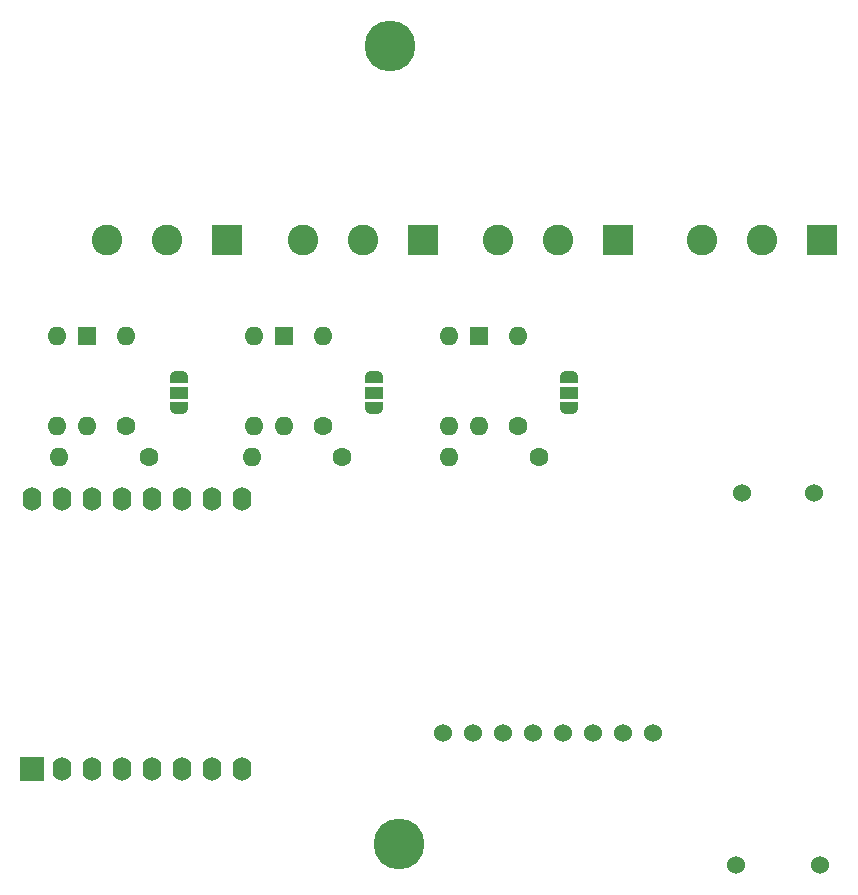
<source format=gbr>
%TF.GenerationSoftware,KiCad,Pcbnew,(6.0.7)*%
%TF.CreationDate,2023-01-04T14:37:49+01:00*%
%TF.ProjectId,s0 interface,73302069-6e74-4657-9266-6163652e6b69,rev?*%
%TF.SameCoordinates,Original*%
%TF.FileFunction,Soldermask,Bot*%
%TF.FilePolarity,Negative*%
%FSLAX46Y46*%
G04 Gerber Fmt 4.6, Leading zero omitted, Abs format (unit mm)*
G04 Created by KiCad (PCBNEW (6.0.7)) date 2023-01-04 14:37:49*
%MOMM*%
%LPD*%
G01*
G04 APERTURE LIST*
G04 Aperture macros list*
%AMFreePoly0*
4,1,22,0.550000,-0.750000,0.000000,-0.750000,0.000000,-0.745033,-0.079941,-0.743568,-0.215256,-0.701293,-0.333266,-0.622738,-0.424486,-0.514219,-0.481581,-0.384460,-0.499164,-0.250000,-0.500000,-0.250000,-0.500000,0.250000,-0.499164,0.250000,-0.499963,0.256109,-0.478152,0.396186,-0.417904,0.524511,-0.324060,0.630769,-0.204165,0.706417,-0.067858,0.745374,0.000000,0.744959,0.000000,0.750000,
0.550000,0.750000,0.550000,-0.750000,0.550000,-0.750000,$1*%
%AMFreePoly1*
4,1,20,0.000000,0.744959,0.073905,0.744508,0.209726,0.703889,0.328688,0.626782,0.421226,0.519385,0.479903,0.390333,0.500000,0.250000,0.500000,-0.250000,0.499851,-0.262216,0.476331,-0.402017,0.414519,-0.529596,0.319384,-0.634700,0.198574,-0.708877,0.061801,-0.746166,0.000000,-0.745033,0.000000,-0.750000,-0.550000,-0.750000,-0.550000,0.750000,0.000000,0.750000,0.000000,0.744959,
0.000000,0.744959,$1*%
G04 Aperture macros list end*
%ADD10R,2.600000X2.600000*%
%ADD11C,2.600000*%
%ADD12R,1.600000X1.600000*%
%ADD13O,1.600000X1.600000*%
%ADD14C,4.300000*%
%ADD15C,1.524000*%
%ADD16C,1.600000*%
%ADD17R,2.000000X2.000000*%
%ADD18O,1.600000X2.000000*%
%ADD19FreePoly0,270.000000*%
%ADD20R,1.500000X1.000000*%
%ADD21FreePoly1,270.000000*%
G04 APERTURE END LIST*
D10*
%TO.C,P1-input1*%
X224790000Y-51308000D03*
D11*
X219710000Y-51308000D03*
X214630000Y-51308000D03*
%TD*%
D12*
%TO.C,IC6*%
X162561000Y-59482000D03*
D13*
X160021000Y-59482000D03*
X160021000Y-67102000D03*
X162561000Y-67102000D03*
%TD*%
D14*
%TO.C,REF\u002A\u002A*%
X188137800Y-34925000D03*
%TD*%
D10*
%TO.C,S0-3*%
X207518000Y-51308000D03*
D11*
X202438000Y-51308000D03*
X197358000Y-51308000D03*
%TD*%
D10*
%TO.C,S0-2*%
X191008000Y-51308000D03*
D11*
X185928000Y-51308000D03*
X180848000Y-51308000D03*
%TD*%
D15*
%TO.C,IC2*%
X210439000Y-93091000D03*
X207899000Y-93091000D03*
X205359000Y-93091000D03*
X202819000Y-93091000D03*
X200279000Y-93091000D03*
X197739000Y-93091000D03*
X195199000Y-93091000D03*
X192659000Y-93091000D03*
%TD*%
D16*
%TO.C,R10*%
X165811200Y-67056000D03*
D13*
X165811200Y-59436000D03*
%TD*%
D16*
%TO.C,R8*%
X199034400Y-67081400D03*
D13*
X199034400Y-59461400D03*
%TD*%
D12*
%TO.C,IC5*%
X179198000Y-59482000D03*
D13*
X176658000Y-59482000D03*
X176658000Y-67102000D03*
X179198000Y-67102000D03*
%TD*%
D15*
%TO.C,DC1*%
X224060000Y-72739000D03*
X217964000Y-72739000D03*
X224568000Y-104235000D03*
X217456000Y-104235000D03*
%TD*%
D12*
%TO.C,IC4*%
X195713000Y-59492000D03*
D13*
X193173000Y-59492000D03*
X193173000Y-67112000D03*
X195713000Y-67112000D03*
%TD*%
D16*
%TO.C,R9*%
X182524400Y-67056000D03*
D13*
X182524400Y-59436000D03*
%TD*%
D16*
%TO.C,R3*%
X167767000Y-69723000D03*
D13*
X160147000Y-69723000D03*
%TD*%
D16*
%TO.C,R5*%
X200787000Y-69723000D03*
D13*
X193167000Y-69723000D03*
%TD*%
D16*
%TO.C,R4*%
X184150000Y-69723000D03*
D13*
X176530000Y-69723000D03*
%TD*%
D17*
%TO.C,IC1*%
X157886400Y-96162000D03*
D18*
X160426400Y-96162000D03*
X162966400Y-96162000D03*
X165506400Y-96162000D03*
X168046400Y-96162000D03*
X170586400Y-96162000D03*
X173126400Y-96162000D03*
X175666400Y-96162000D03*
X175666400Y-73302000D03*
X173126400Y-73302000D03*
X170586400Y-73302000D03*
X168046400Y-73302000D03*
X165506400Y-73302000D03*
X162966400Y-73302000D03*
X160426400Y-73302000D03*
X157886400Y-73302000D03*
%TD*%
D14*
%TO.C,REF\u002A\u002A*%
X188976000Y-102489000D03*
%TD*%
D10*
%TO.C,S0-1*%
X174371000Y-51308000D03*
D11*
X169291000Y-51308000D03*
X164211000Y-51308000D03*
%TD*%
D19*
%TO.C,JP2*%
X203327000Y-62962000D03*
D20*
X203327000Y-64262000D03*
D21*
X203327000Y-65562000D03*
%TD*%
D19*
%TO.C,JP4*%
X170307000Y-62962000D03*
D20*
X170307000Y-64262000D03*
D21*
X170307000Y-65562000D03*
%TD*%
D19*
%TO.C,JP3*%
X186817000Y-62962000D03*
D20*
X186817000Y-64262000D03*
D21*
X186817000Y-65562000D03*
%TD*%
M02*

</source>
